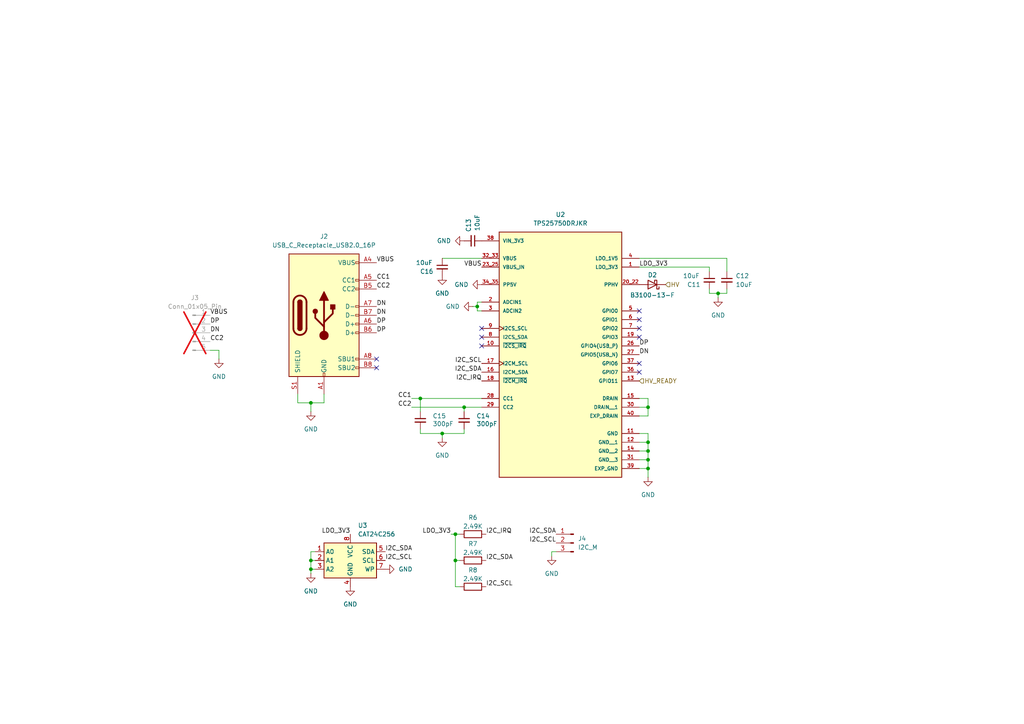
<source format=kicad_sch>
(kicad_sch (version 20231120) (generator "eeschema") (generator_version "8.0")
  (paper "A4")
  (lib_symbols
    (symbol "Connector:Conn_01x03_Pin" (pin_names (offset 1.016) hide)
      (property "Reference" "J" (at 0 5.08 0))
      (property "Value" "Conn_01x03_Pin" (at 0 -5.08 0))
      (symbol "Conn_01x03_Pin_1_1"
        (polyline (pts (xy 1.27 -2.54) (xy 0.8636 -2.54)) (stroke (width 0.1524)))
        (polyline (pts (xy 1.27 0) (xy 0.8636 0)) (stroke (width 0.1524)))
        (polyline (pts (xy 1.27 2.54) (xy 0.8636 2.54)) (stroke (width 0.1524)))
        (rectangle (start 0.8636 -2.413) (end 0 -2.667) (stroke (width 0.1524)) (fill (type outline)))
        (rectangle (start 0.8636 0.127) (end 0 -0.127) (stroke (width 0.1524)) (fill (type outline)))
        (rectangle (start 0.8636 2.667) (end 0 2.413) (stroke (width 0.1524)) (fill (type outline)))
        (pin passive line (at 5.08 2.54 180) (length 3.81) (name "Pin_1") (number "1"))
        (pin passive line (at 5.08 0 180) (length 3.81) (name "Pin_2") (number "2"))
        (pin passive line (at 5.08 -2.54 180) (length 3.81) (name "Pin_3") (number "3"))
      )
    )
    (symbol "Connector:Conn_01x05_Pin" (pin_names (offset 1.016) hide)
      (property "Reference" "J" (at 0 7.62 0))
      (property "Value" "Conn_01x05_Pin" (at 0 -7.62 0))
      (symbol "Conn_01x05_Pin_1_1"
        (polyline (pts (xy 1.27 -5.08) (xy 0.8636 -5.08)) (stroke (width 0.1524)))
        (polyline (pts (xy 1.27 -2.54) (xy 0.8636 -2.54)) (stroke (width 0.1524)))
        (polyline (pts (xy 1.27 0) (xy 0.8636 0)) (stroke (width 0.1524)))
        (polyline (pts (xy 1.27 2.54) (xy 0.8636 2.54)) (stroke (width 0.1524)))
        (polyline (pts (xy 1.27 5.08) (xy 0.8636 5.08)) (stroke (width 0.1524)))
        (rectangle (start 0.8636 -4.953) (end 0 -5.207) (stroke (width 0.1524)) (fill (type outline)))
        (rectangle (start 0.8636 -2.413) (end 0 -2.667) (stroke (width 0.1524)) (fill (type outline)))
        (rectangle (start 0.8636 0.127) (end 0 -0.127) (stroke (width 0.1524)) (fill (type outline)))
        (rectangle (start 0.8636 2.667) (end 0 2.413) (stroke (width 0.1524)) (fill (type outline)))
        (rectangle (start 0.8636 5.207) (end 0 4.953) (stroke (width 0.1524)) (fill (type outline)))
        (pin passive line (at 5.08 5.08 180) (length 3.81) (name "Pin_1") (number "1"))
        (pin passive line (at 5.08 2.54 180) (length 3.81) (name "Pin_2") (number "2"))
        (pin passive line (at 5.08 0 180) (length 3.81) (name "Pin_3") (number "3"))
        (pin passive line (at 5.08 -2.54 180) (length 3.81) (name "Pin_4") (number "4"))
        (pin passive line (at 5.08 -5.08 180) (length 3.81) (name "Pin_5") (number "5"))
      )
    )
    (symbol "Connector:USB_C_Receptacle_USB2.0_16P" (pin_names (offset 1.016))
      (property "Reference" "J" (at 0 22.225 0))
      (property "Value" "USB_C_Receptacle_USB2.0_16P" (at 0 19.685 0))
      (symbol "USB_C_Receptacle_USB2.0_16P_0_0"
        (rectangle (start -0.254 -17.78) (end 0.254 -16.764))
        (rectangle (start 10.16 -14.986) (end 9.144 -15.494))
        (rectangle (start 10.16 -12.446) (end 9.144 -12.954))
        (rectangle (start 10.16 -4.826) (end 9.144 -5.334))
        (rectangle (start 10.16 -2.286) (end 9.144 -2.794))
        (rectangle (start 10.16 0.254) (end 9.144 -0.254))
        (rectangle (start 10.16 2.794) (end 9.144 2.286))
        (rectangle (start 10.16 7.874) (end 9.144 7.366))
        (rectangle (start 10.16 10.414) (end 9.144 9.906))
        (rectangle (start 10.16 15.494) (end 9.144 14.986))
      )
      (symbol "USB_C_Receptacle_USB2.0_16P_0_1"
        (rectangle (start -10.16 17.78) (end 10.16 -17.78) (stroke (width 0.254)) (fill (type background)))
        (arc (start -8.89 -3.81) (mid -6.985 -5.7067) (end -5.08 -3.81) (stroke (width 0.508)))
        (arc (start -7.62 -3.81) (mid -6.985 -4.4423) (end -6.35 -3.81) (stroke (width 0.254)))
        (arc (start -7.62 -3.81) (mid -6.985 -4.4423) (end -6.35 -3.81) (stroke (width 0.254)) (fill (type outline)))
        (rectangle (start -7.62 -3.81) (end -6.35 3.81) (stroke (width 0.254)) (fill (type outline)))
        (arc (start -6.35 3.81) (mid -6.985 4.4423) (end -7.62 3.81) (stroke (width 0.254)))
        (arc (start -6.35 3.81) (mid -6.985 4.4423) (end -7.62 3.81) (stroke (width 0.254)) (fill (type outline)))
        (arc (start -5.08 3.81) (mid -6.985 5.7067) (end -8.89 3.81) (stroke (width 0.508)))
        (circle (center -2.54 1.143) (radius 0.635) (stroke (width 0.254)) (fill (type outline)))
        (circle (center 0 -5.842) (radius 1.27) (fill (type outline)))
        (polyline (pts (xy -8.89 -3.81) (xy -8.89 3.81)) (stroke (width 0.508)))
        (polyline (pts (xy -5.08 3.81) (xy -5.08 -3.81)) (stroke (width 0.508)))
        (polyline (pts (xy 0 -5.842) (xy 0 4.318)) (stroke (width 0.508)))
        (polyline (pts (xy 0 -3.302) (xy -2.54 -0.762) (xy -2.54 0.508)) (stroke (width 0.508)))
        (polyline (pts (xy 0 -2.032) (xy 2.54 0.508) (xy 2.54 1.778)) (stroke (width 0.508)))
        (polyline (pts (xy -1.27 4.318) (xy 0 6.858) (xy 1.27 4.318) (xy -1.27 4.318)) (stroke (width 0.254)) (fill (type outline)))
        (rectangle (start 1.905 1.778) (end 3.175 3.048) (stroke (width 0.254)) (fill (type outline)))
      )
      (symbol "USB_C_Receptacle_USB2.0_16P_1_1"
        (pin passive line (at 0 -22.86 90) (length 5.08) (name "GND") (number "A1"))
        (pin passive line (at 0 -22.86 90) (length 5.08) hide (name "GND") (number "A12"))
        (pin passive line (at 15.24 15.24 180) (length 5.08) (name "VBUS") (number "A4"))
        (pin bidirectional line (at 15.24 10.16 180) (length 5.08) (name "CC1") (number "A5"))
        (pin bidirectional line (at 15.24 -2.54 180) (length 5.08) (name "D+") (number "A6"))
        (pin bidirectional line (at 15.24 2.54 180) (length 5.08) (name "D-") (number "A7"))
        (pin bidirectional line (at 15.24 -12.7 180) (length 5.08) (name "SBU1") (number "A8"))
        (pin passive line (at 15.24 15.24 180) (length 5.08) hide (name "VBUS") (number "A9"))
        (pin passive line (at 0 -22.86 90) (length 5.08) hide (name "GND") (number "B1"))
        (pin passive line (at 0 -22.86 90) (length 5.08) hide (name "GND") (number "B12"))
        (pin passive line (at 15.24 15.24 180) (length 5.08) hide (name "VBUS") (number "B4"))
        (pin bidirectional line (at 15.24 7.62 180) (length 5.08) (name "CC2") (number "B5"))
        (pin bidirectional line (at 15.24 -5.08 180) (length 5.08) (name "D+") (number "B6"))
        (pin bidirectional line (at 15.24 0 180) (length 5.08) (name "D-") (number "B7"))
        (pin bidirectional line (at 15.24 -15.24 180) (length 5.08) (name "SBU2") (number "B8"))
        (pin passive line (at 15.24 15.24 180) (length 5.08) hide (name "VBUS") (number "B9"))
        (pin passive line (at -7.62 -22.86 90) (length 5.08) (name "SHIELD") (number "S1"))
      )
    )
    (symbol "Device:C_Small" (pin_numbers hide) (pin_names (offset 0.254) hide)
      (property "Reference" "C" (at 0.254 1.778 0))
      (property "Value" "C_Small" (at 0.254 -2.032 0))
      (symbol "C_Small_0_1"
        (polyline (pts (xy -1.524 -0.508) (xy 1.524 -0.508)) (stroke (width 0.3302)))
        (polyline (pts (xy -1.524 0.508) (xy 1.524 0.508)) (stroke (width 0.3048)))
      )
      (symbol "C_Small_1_1"
        (pin passive line (at 0 2.54 270) (length 2.032) (name "~") (number "1"))
        (pin passive line (at 0 -2.54 90) (length 2.032) (name "~") (number "2"))
      )
    )
    (symbol "Device:D_Schottky" (pin_numbers hide) (pin_names (offset 1.016) hide)
      (property "Reference" "D" (at 0 2.54 0))
      (property "Value" "D_Schottky" (at 0 -2.54 0))
      (symbol "D_Schottky_0_1"
        (polyline (pts (xy 1.27 0) (xy -1.27 0)))
        (polyline (pts (xy 1.27 1.27) (xy 1.27 -1.27) (xy -1.27 0) (xy 1.27 1.27)) (stroke (width 0.254)))
        (polyline (pts (xy -1.905 0.635) (xy -1.905 1.27) (xy -1.27 1.27) (xy -1.27 -1.27) (xy -0.635 -1.27) (xy -0.635 -0.635)) (stroke (width 0.254)))
      )
      (symbol "D_Schottky_1_1"
        (pin passive line (at -3.81 0 0) (length 2.54) (name "K") (number "1"))
        (pin passive line (at 3.81 0 180) (length 2.54) (name "A") (number "2"))
      )
    )
    (symbol "Device:R" (pin_numbers hide) (pin_names (offset 0))
      (property "Reference" "R" (at 2.032 0 90))
      (property "Value" "R" (at 0 0 90))
      (symbol "R_0_1"
        (rectangle (start -1.016 -2.54) (end 1.016 2.54) (stroke (width 0.254)))
      )
      (symbol "R_1_1"
        (pin passive line (at 0 3.81 270) (length 1.27) (name "~") (number "1"))
        (pin passive line (at 0 -3.81 90) (length 1.27) (name "~") (number "2"))
      )
    )
    (symbol "Memory_EEPROM:CAT24C256"
      (property "Reference" "U" (at -6.35 6.35 0))
      (property "Value" "CAT24C256" (at 1.27 6.35 0))
      (symbol "CAT24C256_1_1"
        (rectangle (start -7.62 5.08) (end 7.62 -5.08) (stroke (width 0.254)) (fill (type background)))
        (pin input line (at -10.16 2.54 0) (length 2.54) (name "A0") (number "1"))
        (pin input line (at -10.16 0 0) (length 2.54) (name "A1") (number "2"))
        (pin input line (at -10.16 -2.54 0) (length 2.54) (name "A2") (number "3"))
        (pin power_in line (at 0 -7.62 90) (length 2.54) (name "GND") (number "4"))
        (pin bidirectional line (at 10.16 2.54 180) (length 2.54) (name "SDA") (number "5"))
        (pin input line (at 10.16 0 180) (length 2.54) (name "SCL") (number "6"))
        (pin input line (at 10.16 -2.54 180) (length 2.54) (name "WP") (number "7"))
        (pin power_in line (at 0 7.62 270) (length 2.54) (name "VCC") (number "8"))
      )
    )
    (symbol "TPS25750DRJKR:TPS25750DRJKR" (pin_names (offset 1.016))
      (property "Reference" "U" (at -17.78 31.369 0))
      (property "Value" "TPS25750DRJKR" (at -17.78 -43.18 0))
      (symbol "TPS25750DRJKR_0_0"
        (rectangle (start -17.78 -40.64) (end 17.78 30.48) (stroke (width 0.254)) (fill (type background)))
        (pin output line (at 22.86 20.32 180) (length 5.08) (name "LDO_3V3") (number "1"))
        (pin output line (at -22.86 -2.54 0) (length 5.08) (name "~{I2CS_IRQ}") (number "10"))
        (pin power_in line (at 22.86 -27.94 180) (length 5.08) (name "GND") (number "11"))
        (pin power_in line (at 22.86 -30.48 180) (length 5.08) (name "GND__1") (number "12"))
        (pin output line (at 22.86 -12.7 180) (length 5.08) (name "GPIO11") (number "13"))
        (pin power_in line (at 22.86 -33.02 180) (length 5.08) (name "GND__2") (number "14"))
        (pin passive line (at 22.86 -17.78 180) (length 5.08) (name "DRAIN") (number "15"))
        (pin bidirectional line (at -22.86 -10.16 0) (length 5.08) (name "I2CM_SDA") (number "16"))
        (pin output clock (at -22.86 -7.62 0) (length 5.08) (name "I2CM_SCL") (number "17"))
        (pin input line (at -22.86 -12.7 0) (length 5.08) (name "~{I2CM_IRQ}") (number "18"))
        (pin output line (at 22.86 0 180) (length 5.08) (name "GPIO3") (number "19"))
        (pin input line (at -22.86 10.16 0) (length 5.08) (name "ADCIN1") (number "2"))
        (pin bidirectional line (at 22.86 15.24 180) (length 5.08) (name "PPHV") (number "20_22"))
        (pin input line (at -22.86 20.32 0) (length 5.08) (name "VBUS_IN") (number "23_25"))
        (pin bidirectional line (at 22.86 -2.54 180) (length 5.08) (name "GPIO4(USB_P)") (number "26"))
        (pin bidirectional line (at 22.86 -5.08 180) (length 5.08) (name "GPIO5(USB_N)") (number "27"))
        (pin bidirectional line (at -22.86 -17.78 0) (length 5.08) (name "CC1") (number "28"))
        (pin bidirectional line (at -22.86 -20.32 0) (length 5.08) (name "CC2") (number "29"))
        (pin input line (at -22.86 7.62 0) (length 5.08) (name "ADCIN2") (number "3"))
        (pin passive line (at 22.86 -20.32 180) (length 5.08) (name "DRAIN__1") (number "30"))
        (pin power_in line (at 22.86 -35.56 180) (length 5.08) (name "GND__3") (number "31"))
        (pin input line (at -22.86 22.86 0) (length 5.08) (name "VBUS") (number "32_33"))
        (pin input line (at -22.86 15.24 0) (length 5.08) (name "PP5V") (number "34_35"))
        (pin output line (at 22.86 -10.16 180) (length 5.08) (name "GPIO7") (number "36"))
        (pin output line (at 22.86 -7.62 180) (length 5.08) (name "GPIO6") (number "37"))
        (pin input line (at -22.86 27.94 0) (length 5.08) (name "VIN_3V3") (number "38"))
        (pin power_in line (at 22.86 -38.1 180) (length 5.08) (name "EXP_GND") (number "39"))
        (pin output line (at 22.86 22.86 180) (length 5.08) (name "LDO_1V5") (number "4"))
        (pin passive line (at 22.86 -22.86 180) (length 5.08) (name "EXP_DRAIN") (number "40"))
        (pin bidirectional line (at 22.86 7.62 180) (length 5.08) (name "GPIO0") (number "5"))
        (pin bidirectional line (at 22.86 5.08 180) (length 5.08) (name "GPIO1") (number "6"))
        (pin output line (at 22.86 2.54 180) (length 5.08) (name "GPIO2") (number "7"))
        (pin bidirectional line (at -22.86 0 0) (length 5.08) (name "I2CS_SDA") (number "8"))
        (pin input clock (at -22.86 2.54 0) (length 5.08) (name "I2CS_SCL") (number "9"))
      )
    )
    (symbol "power:GND" (power) (pin_numbers hide) (pin_names (offset 0) hide)
      (property "Value" "GND" (at 0 -3.81 0))
      (symbol "GND_0_1"
        (polyline (pts (xy 0 0) (xy 0 -1.27) (xy 1.27 -1.27) (xy 0 -2.54) (xy -1.27 -1.27) (xy 0 -1.27)))
      )
      (symbol "GND_1_1"
        (pin power_in line (at 0 0 270) (length 0) (name "~") (number "1"))
      )
    )
  )
  (junction (at 132.08 154.94))
  (junction (at 134.62 118.11))
  (junction (at 187.96 118.11))
  (junction (at 90.17 116.84))
  (junction (at 208.28 85.09))
  (junction (at 187.96 128.27))
  (junction (at 187.96 133.35))
  (junction (at 187.96 135.89))
  (junction (at 128.27 125.73))
  (junction (at 138.43 88.9))
  (junction (at 90.17 162.56))
  (junction (at 132.08 162.56))
  (junction (at 90.17 165.1))
  (junction (at 121.92 115.57))
  (junction (at 187.96 130.81))
  (no_connect (at 185.42 95.25))
  (no_connect (at 139.7 95.25))
  (no_connect (at 139.7 97.79))
  (no_connect (at 109.22 104.14))
  (no_connect (at 185.42 107.95))
  (no_connect (at 185.42 105.41))
  (no_connect (at 185.42 97.79))
  (no_connect (at 185.42 92.71))
  (no_connect (at 109.22 106.68))
  (no_connect (at 139.7 100.33))
  (no_connect (at 185.42 90.17))
  (wire (pts (xy 134.62 124.46) (xy 134.62 125.73)))
  (wire (pts (xy 90.17 160.02) (xy 90.17 162.56)))
  (wire (pts (xy 134.62 118.11) (xy 139.7 118.11)))
  (wire (pts (xy 160.02 160.02) (xy 161.29 160.02)))
  (wire (pts (xy 139.7 87.63) (xy 138.43 87.63)))
  (wire (pts (xy 132.08 154.94) (xy 132.08 162.56)))
  (wire (pts (xy 138.43 88.9) (xy 137.16 88.9)))
  (wire (pts (xy 138.43 87.63) (xy 138.43 88.9)))
  (wire (pts (xy 185.42 128.27) (xy 187.96 128.27)))
  (wire (pts (xy 185.42 118.11) (xy 187.96 118.11)))
  (wire (pts (xy 185.42 115.57) (xy 187.96 115.57)))
  (wire (pts (xy 187.96 115.57) (xy 187.96 118.11)))
  (wire (pts (xy 121.92 119.38) (xy 121.92 115.57)))
  (wire (pts (xy 90.17 162.56) (xy 90.17 165.1)))
  (wire (pts (xy 185.42 74.93) (xy 210.82 74.93)))
  (wire (pts (xy 138.43 90.17) (xy 138.43 88.9)))
  (wire (pts (xy 91.44 165.1) (xy 90.17 165.1)))
  (wire (pts (xy 132.08 162.56) (xy 133.35 162.56)))
  (wire (pts (xy 134.62 119.38) (xy 134.62 118.11)))
  (wire (pts (xy 119.38 115.57) (xy 121.92 115.57)))
  (wire (pts (xy 210.82 85.09) (xy 210.82 83.82)))
  (wire (pts (xy 139.7 90.17) (xy 138.43 90.17)))
  (wire (pts (xy 90.17 116.84) (xy 90.17 119.38)))
  (wire (pts (xy 132.08 154.94) (xy 133.35 154.94)))
  (wire (pts (xy 187.96 128.27) (xy 187.96 130.81)))
  (wire (pts (xy 119.38 118.11) (xy 134.62 118.11)))
  (wire (pts (xy 93.98 114.3) (xy 93.98 116.84)))
  (wire (pts (xy 205.74 85.09) (xy 208.28 85.09)))
  (wire (pts (xy 121.92 125.73) (xy 128.27 125.73)))
  (wire (pts (xy 208.28 86.36) (xy 208.28 85.09)))
  (wire (pts (xy 185.42 125.73) (xy 187.96 125.73)))
  (wire (pts (xy 187.96 125.73) (xy 187.96 128.27)))
  (wire (pts (xy 187.96 130.81) (xy 187.96 133.35)))
  (wire (pts (xy 185.42 77.47) (xy 205.74 77.47)))
  (wire (pts (xy 128.27 125.73) (xy 128.27 127)))
  (wire (pts (xy 187.96 120.65) (xy 187.96 118.11)))
  (wire (pts (xy 86.36 114.3) (xy 86.36 116.84)))
  (wire (pts (xy 128.27 74.93) (xy 139.7 74.93)))
  (wire (pts (xy 185.42 120.65) (xy 187.96 120.65)))
  (wire (pts (xy 208.28 85.09) (xy 210.82 85.09)))
  (wire (pts (xy 185.42 135.89) (xy 187.96 135.89)))
  (wire (pts (xy 187.96 135.89) (xy 187.96 138.43)))
  (wire (pts (xy 121.92 115.57) (xy 139.7 115.57)))
  (wire (pts (xy 205.74 83.82) (xy 205.74 85.09)))
  (wire (pts (xy 90.17 165.1) (xy 90.17 166.37)))
  (wire (pts (xy 205.74 77.47) (xy 205.74 78.74)))
  (wire (pts (xy 187.96 133.35) (xy 187.96 135.89)))
  (wire (pts (xy 90.17 116.84) (xy 93.98 116.84)))
  (wire (pts (xy 63.5 101.6) (xy 63.5 104.14)))
  (wire (pts (xy 134.62 125.73) (xy 128.27 125.73)))
  (wire (pts (xy 210.82 74.93) (xy 210.82 78.74)))
  (wire (pts (xy 86.36 116.84) (xy 90.17 116.84)))
  (wire (pts (xy 91.44 160.02) (xy 90.17 160.02)))
  (wire (pts (xy 133.35 170.18) (xy 132.08 170.18)))
  (wire (pts (xy 121.92 124.46) (xy 121.92 125.73)))
  (wire (pts (xy 160.02 161.29) (xy 160.02 160.02)))
  (wire (pts (xy 91.44 162.56) (xy 90.17 162.56)))
  (wire (pts (xy 132.08 170.18) (xy 132.08 162.56)))
  (wire (pts (xy 185.42 133.35) (xy 187.96 133.35)))
  (wire (pts (xy 60.96 101.6) (xy 63.5 101.6)))
  (wire (pts (xy 185.42 130.81) (xy 187.96 130.81)))
  (wire (pts (xy 130.81 154.94) (xy 132.08 154.94)))
  (label "VBUS" (at 60.96 91.44 0))
  (label "I2C_SCL" (at 161.29 157.48 180))
  (label "CC1" (at 109.22 81.28 0))
  (label "I2C_SDA" (at 111.76 160.02 0))
  (label "CC2" (at 119.38 118.11 180))
  (label "CC1" (at 119.38 115.57 180))
  (label "DN" (at 109.22 88.9 0))
  (label "DN" (at 185.42 102.87 0))
  (label "I2C_SCL" (at 140.97 170.18 0))
  (label "LDO_3V3" (at 130.81 154.94 180))
  (label "DP" (at 109.22 96.52 0))
  (label "VBUS" (at 109.22 76.2 0))
  (label "I2C_IRQ" (at 139.7 110.49 180))
  (label "DN" (at 109.22 91.44 0))
  (label "I2C_SDA" (at 139.7 107.95 180))
  (label "I2C_SCL" (at 111.76 162.56 0))
  (label "DP" (at 185.42 100.33 0))
  (label "CC2" (at 60.96 99.06 0))
  (label "I2C_SDA" (at 140.97 162.56 0))
  (label "I2C_SDA" (at 161.29 154.94 180))
  (label "LDO_3V3" (at 101.6 154.94 180))
  (label "LDO_3V3" (at 185.42 77.47 0))
  (label "I2C_SCL" (at 139.7 105.41 180))
  (label "CC2" (at 109.22 83.82 0))
  (label "DP" (at 60.96 93.98 0))
  (label "I2C_IRQ" (at 140.97 154.94 0))
  (label "DP" (at 109.22 93.98 0))
  (label "VBUS" (at 139.7 77.47 180))
  (label "DN" (at 60.96 96.52 0))
  (hierarchical_label "HV_READY" (shape input) (at 185.42 110.49 0))
  (hierarchical_label "HV" (shape input) (at 193.04 82.55 0))
  (symbol (lib_id "Connector:Conn_01x03_Pin") (at 166.37 157.48 0) (mirror y) (unit 1) (in_bom no)
    (property "Reference" "J4" (at 167.64 156.2099 0) (effects (justify right)))
    (property "Value" "I2C_M" (at 167.64 158.7499 0) (effects (justify right)))
    (property "Footprint" "Connector_PinHeader_2.54mm:PinHeader_1x03_P2.54mm_Vertical" (effects (hide yes)))
    (property "Description" "Generic connector, single row, 01x03, script generated" (effects (hide yes)))
  )
  (symbol (lib_id "power:GND") (at 90.17 166.37 0) (unit 1)
    (property "Reference" "#PWR032" (effects (hide yes)))
    (property "Value" "GND" (at 90.17 171.45 0))
    (property "Description" "Power symbol creates a global label with name \"GND\" , ground" (effects (hide yes)))
  )
  (symbol (lib_id "power:GND") (at 63.5 104.14 0) (unit 1)
    (property "Reference" "#PWR026" (effects (hide yes)))
    (property "Value" "GND" (at 63.5 109.22 0))
    (property "Description" "Power symbol creates a global label with name \"GND\" , ground" (effects (hide yes)))
  )
  (symbol (lib_id "Device:C_Small") (at 205.74 81.28 0) (unit 1)
    (property "Reference" "C11" (at 203.2 82.55 0) (effects (justify right)))
    (property "Value" "10uF" (at 202.946 80.01 0) (effects (justify right)))
    (property "Footprint" "Capacitor_SMD:C_0402_1005Metric" (effects (hide yes)))
    (property "Description" "Unpolarized capacitor, small symbol" (effects (hide yes)))
    (property "Part" "C2992625" (effects (hide yes)))
  )
  (symbol (lib_id "power:GND") (at 187.96 138.43 0) (unit 1)
    (property "Reference" "#PWR018" (effects (hide yes)))
    (property "Value" "GND" (at 187.96 143.51 0))
    (property "Description" "Power symbol creates a global label with name \"GND\" , ground" (effects (hide yes)))
  )
  (symbol (lib_id "power:GND") (at 160.02 161.29 0) (unit 1)
    (property "Reference" "#PWR033" (effects (hide yes)))
    (property "Value" "GND" (at 160.02 166.37 0))
    (property "Description" "Power symbol creates a global label with name \"GND\" , ground" (effects (hide yes)))
  )
  (symbol (lib_id "Device:R") (at 137.16 154.94 90) (unit 1)
    (property "Reference" "R6" (at 137.16 150.114 90))
    (property "Value" "2.49K" (at 137.16 152.654 90))
    (property "Footprint" "Resistor_SMD:R_0603_1608Metric" (effects (hide yes)))
    (property "Description" "Resistor" (effects (hide yes)))
    (property "Part" "C491121" (effects (hide yes)))
  )
  (symbol (lib_id "Connector:Conn_01x05_Pin") (at 55.88 96.52 0) (unit 1) (in_bom no) (dnp yes)
    (property "Reference" "J3" (at 56.515 86.36 0))
    (property "Value" "Conn_01x05_Pin" (at 56.515 88.9 0))
    (property "Footprint" "Connector_PinHeader_2.54mm:PinHeader_1x05_P2.54mm_Vertical" (effects (hide yes)))
    (property "Description" "Generic connector, single row, 01x05, script generated" (effects (hide yes)))
  )
  (symbol (lib_id "power:GND") (at 134.62 69.85 270) (unit 1)
    (property "Reference" "#PWR022" (effects (hide yes)))
    (property "Value" "GND" (at 130.81 69.8499 90) (effects (justify right)))
    (property "Description" "Power symbol creates a global label with name \"GND\" , ground" (effects (hide yes)))
  )
  (symbol (lib_id "Device:C_Small") (at 210.82 81.28 0) (unit 1)
    (property "Reference" "C12" (at 213.36 80.0162 0) (effects (justify left)))
    (property "Value" "10uF" (at 213.36 82.5562 0) (effects (justify left)))
    (property "Footprint" "Capacitor_SMD:C_0402_1005Metric" (effects (hide yes)))
    (property "Description" "Unpolarized capacitor, small symbol" (effects (hide yes)))
    (property "Part" "C2992625" (effects (hide yes)))
  )
  (symbol (lib_id "Device:D_Schottky") (at 189.23 82.55 180) (unit 1)
    (property "Reference" "D2" (at 189.23 79.756 0))
    (property "Value" "B3100-13-F" (at 189.23 85.598 0))
    (property "Footprint" "Diode_SMD:D_SMC" (effects (hide yes)))
    (property "Description" "Schottky diode" (effects (hide yes)))
    (property "Part" "C134447" (effects (hide yes)))
  )
  (symbol (lib_id "Device:R") (at 137.16 162.56 90) (unit 1)
    (property "Reference" "R7" (at 137.16 157.734 90))
    (property "Value" "2.49K" (at 137.16 160.274 90))
    (property "Footprint" "Resistor_SMD:R_0603_1608Metric" (effects (hide yes)))
    (property "Description" "Resistor" (effects (hide yes)))
    (property "Part" "C491121" (effects (hide yes)))
  )
  (symbol (lib_id "Connector:USB_C_Receptacle_USB2.0_16P") (at 93.98 91.44 0) (unit 1)
    (property "Reference" "J2" (at 93.98 68.58 0))
    (property "Value" "USB_C_Receptacle_USB2.0_16P" (at 93.98 71.12 0))
    (property "Footprint" "Connector_USB:USB_C_Receptacle_G-Switch_GT-USB-7010ASV" (effects (hide yes)))
    (property "Datasheet" "https://www.usb.org/sites/default/files/documents/usb_type-c.zip" (effects (hide yes)))
    (property "Description" "USB 2.0-only 16P Type-C Receptacle connector" (effects (hide yes)))
    (property "Part" "C2843968" (effects (hide yes)))
  )
  (symbol (lib_id "Device:C_Small") (at 121.92 121.92 0) (unit 1)
    (property "Reference" "C15" (at 125.476 120.65 0) (effects (justify left)))
    (property "Value" "300pF" (at 125.476 122.936 0) (effects (justify left)))
    (property "Footprint" "Capacitor_SMD:C_0603_1608Metric" (effects (hide yes)))
    (property "Description" "Unpolarized capacitor, small symbol" (effects (hide yes)))
    (property "Part" "C159791" (effects (hide yes)))
  )
  (symbol (lib_id "power:GND") (at 90.17 119.38 0) (unit 1)
    (property "Reference" "#PWR019" (effects (hide yes)))
    (property "Value" "GND" (at 90.17 124.46 0))
    (property "Description" "Power symbol creates a global label with name \"GND\" , ground" (effects (hide yes)))
  )
  (symbol (lib_id "Device:C_Small") (at 134.62 121.92 0) (unit 1)
    (property "Reference" "C14" (at 138.176 120.65 0) (effects (justify left)))
    (property "Value" "300pF" (at 138.176 122.936 0) (effects (justify left)))
    (property "Footprint" "Capacitor_SMD:C_0603_1608Metric" (effects (hide yes)))
    (property "Description" "Unpolarized capacitor, small symbol" (effects (hide yes)))
    (property "Part" "C159791" (effects (hide yes)))
  )
  (symbol (lib_id "power:GND") (at 139.7 82.55 270) (unit 1)
    (property "Reference" "#PWR023" (effects (hide yes)))
    (property "Value" "GND" (at 135.89 82.5499 90) (effects (justify right)))
    (property "Description" "Power symbol creates a global label with name \"GND\" , ground" (effects (hide yes)))
  )
  (symbol (lib_id "TPS25750DRJKR:TPS25750DRJKR") (at 162.56 97.79 0) (unit 1)
    (property "Reference" "U2" (at 162.56 62.23 0))
    (property "Value" "TPS25750DRJKR" (at 162.56 64.77 0))
    (property "Footprint" "Ti:IC_TPS25750DRJKR" (effects (hide yes)))
    (property "PARTREV" "A" (effects (hide yes)))
    (property "STANDARD" "Manufacturer Recommendations" (effects (hide yes)))
    (property "MAXIMUM_PACKAGE_HEIGHT" "0.8 mm" (effects (hide yes)))
    (property "MANUFACTURER" "Texas Instruments" (effects (hide yes)))
    (property "Part" "C2868209" (effects (hide yes)))
  )
  (symbol (lib_id "Device:C_Small") (at 137.16 69.85 270) (unit 1)
    (property "Reference" "C13" (at 135.89 67.31 0) (effects (justify right)))
    (property "Value" "10uF" (at 138.43 67.056 0) (effects (justify right)))
    (property "Footprint" "Capacitor_SMD:C_0402_1005Metric" (effects (hide yes)))
    (property "Description" "Unpolarized capacitor, small symbol" (effects (hide yes)))
    (property "Part" "C2992625" (effects (hide yes)))
  )
  (symbol (lib_id "power:GND") (at 208.28 86.36 0) (unit 1)
    (property "Reference" "#PWR021" (effects (hide yes)))
    (property "Value" "GND" (at 208.28 91.44 0))
    (property "Description" "Power symbol creates a global label with name \"GND\" , ground" (effects (hide yes)))
  )
  (symbol (lib_id "power:GND") (at 128.27 80.01 0) (unit 1)
    (property "Reference" "#PWR029" (effects (hide yes)))
    (property "Value" "GND" (at 128.27 85.09 0))
    (property "Description" "Power symbol creates a global label with name \"GND\" , ground" (effects (hide yes)))
  )
  (symbol (lib_id "power:GND") (at 101.6 170.18 0) (unit 1)
    (property "Reference" "#PWR030" (effects (hide yes)))
    (property "Value" "GND" (at 101.6 175.26 0))
    (property "Description" "Power symbol creates a global label with name \"GND\" , ground" (effects (hide yes)))
  )
  (symbol (lib_id "power:GND") (at 128.27 127 0) (unit 1)
    (property "Reference" "#PWR024" (effects (hide yes)))
    (property "Value" "GND" (at 128.27 132.08 0))
    (property "Description" "Power symbol creates a global label with name \"GND\" , ground" (effects (hide yes)))
  )
  (symbol (lib_id "Device:C_Small") (at 128.27 77.47 0) (unit 1)
    (property "Reference" "C16" (at 125.73 78.74 0) (effects (justify right)))
    (property "Value" "10uF" (at 125.476 76.2 0) (effects (justify right)))
    (property "Footprint" "Capacitor_SMD:C_0402_1005Metric" (effects (hide yes)))
    (property "Description" "Unpolarized capacitor, small symbol" (effects (hide yes)))
    (property "Part" "C2992625" (effects (hide yes)))
  )
  (symbol (lib_id "power:GND") (at 111.76 165.1 90) (unit 1)
    (property "Reference" "#PWR031" (effects (hide yes)))
    (property "Value" "GND" (at 115.57 165.0999 90) (effects (justify right)))
    (property "Description" "Power symbol creates a global label with name \"GND\" , ground" (effects (hide yes)))
  )
  (symbol (lib_id "Device:R") (at 137.16 170.18 90) (unit 1)
    (property "Reference" "R8" (at 137.16 165.354 90))
    (property "Value" "2.49K" (at 137.16 167.894 90))
    (property "Footprint" "Resistor_SMD:R_0603_1608Metric" (effects (hide yes)))
    (property "Description" "Resistor" (effects (hide yes)))
    (property "Part" "C491121" (effects (hide yes)))
  )
  (symbol (lib_id "Memory_EEPROM:CAT24C256") (at 101.6 162.56 0) (unit 1)
    (property "Reference" "U3" (at 103.7941 152.4 0) (effects (justify left)))
    (property "Value" "CAT24C256" (at 103.7941 154.94 0) (effects (justify left)))
    (property "Footprint" "Package_SO:SOIC-8_3.9x4.9mm_P1.27mm" (effects (hide yes)))
    (property "Datasheet" "https://www.onsemi.cn/PowerSolutions/document/CAT24C256-D.PDF" (effects (hide yes)))
    (property "Description" "256 kb CMOS Serial EEPROM, DIP-8/SOIC-8/TSSOP-8/DFN-8" (effects (hide yes)))
    (property "Part" "C79987" (effects (hide yes)))
  )
  (symbol (lib_id "power:GND") (at 137.16 88.9 270) (unit 1)
    (property "Reference" "#PWR027" (effects (hide yes)))
    (property "Value" "GND" (at 133.35 88.8999 90) (effects (justify right)))
    (property "Description" "Power symbol creates a global label with name \"GND\" , ground" (effects (hide yes)))
  )
)
</source>
